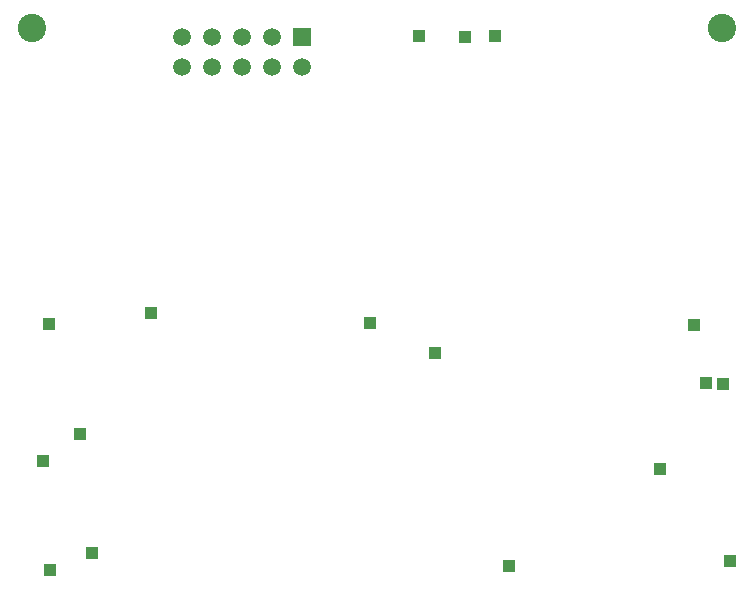
<source format=gbs>
G75*
%MOIN*%
%OFA0B0*%
%FSLAX25Y25*%
%IPPOS*%
%LPD*%
%AMOC8*
5,1,8,0,0,1.08239X$1,22.5*
%
%ADD10C,0.09461*%
%ADD11C,0.05950*%
%ADD12R,0.05950X0.05950*%
%ADD13R,0.04369X0.04369*%
D10*
X0012340Y0187717D03*
X0242340Y0187717D03*
D11*
X0102243Y0174756D03*
X0092243Y0174756D03*
X0092243Y0184756D03*
X0082243Y0184756D03*
X0072243Y0184756D03*
X0062243Y0184756D03*
X0062243Y0174756D03*
X0072243Y0174756D03*
X0082243Y0174756D03*
D12*
X0102243Y0184756D03*
D13*
X0018240Y0006817D03*
X0032340Y0012517D03*
X0015840Y0043117D03*
X0028240Y0052417D03*
X0018040Y0089017D03*
X0051940Y0092517D03*
X0125040Y0089317D03*
X0146640Y0079417D03*
X0221540Y0040717D03*
X0236840Y0069417D03*
X0242740Y0069017D03*
X0233040Y0088617D03*
X0244840Y0010017D03*
X0171340Y0008217D03*
X0166540Y0184817D03*
X0156540Y0184617D03*
X0141440Y0184917D03*
M02*

</source>
